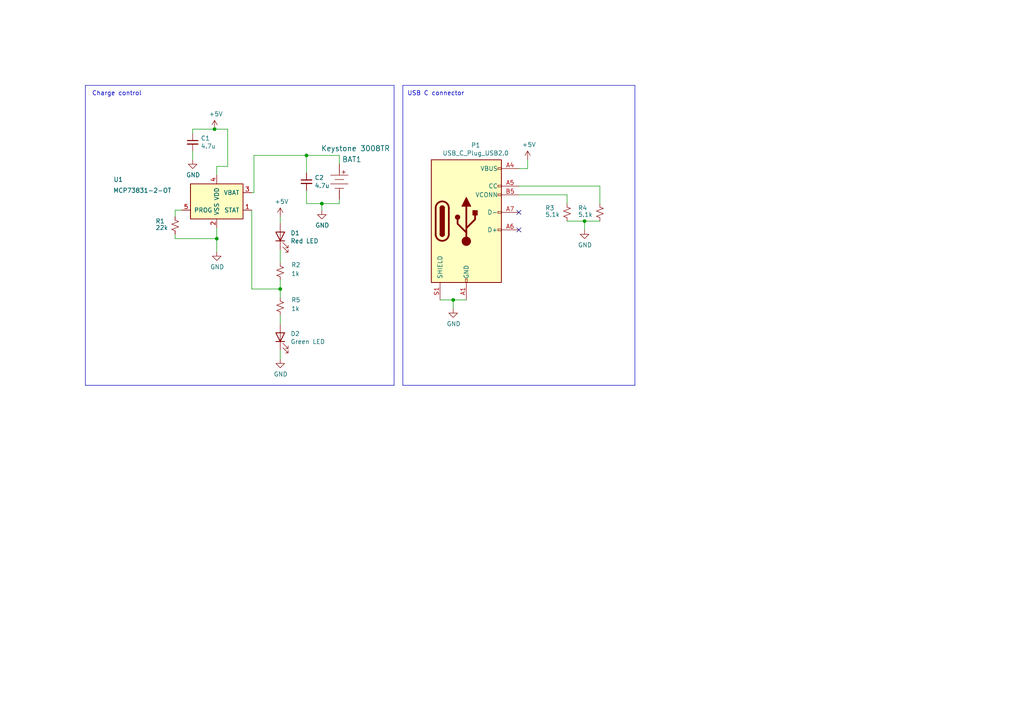
<source format=kicad_sch>
(kicad_sch (version 20230121) (generator eeschema)
  (paper "A4")
  (title_block (title "lir2450-charger") (date "2021-01-25") (rev "1.0.0") (company "rbaron.net"))
  (lib_symbols
    (symbol "Device:C_Small" (pin_numbers hide) (pin_names (offset 0.254) hide)
      (property "Reference" "C" (at 0.254 1.778 0))
      (property "Value" "C_Small" (at 0.254 -2.032 0))
      (symbol "C_Small_0_1"
        (polyline (pts (xy -1.524 -0.508) (xy 1.524 -0.508)) (stroke (width 0.3302)))
        (polyline (pts (xy -1.524 0.508) (xy 1.524 0.508)) (stroke (width 0.3048)))
      )
      (symbol "C_Small_1_1"
        (pin passive line (at 0 2.54 270) (length 2.032) (name "~") (number "1"))
        (pin passive line (at 0 -2.54 90) (length 2.032) (name "~") (number "2"))
      )
    )
    (symbol "Device:LED" (pin_numbers hide) (pin_names (offset 1.016) hide)
      (property "Reference" "D" (at 0 2.54 0))
      (property "Value" "LED" (at 0 -2.54 0))
      (symbol "LED_0_1"
        (polyline (pts (xy -1.27 -1.27) (xy -1.27 1.27)) (stroke (width 0.254)))
        (polyline (pts (xy -1.27 0) (xy 1.27 0)))
        (polyline (pts (xy 1.27 -1.27) (xy 1.27 1.27) (xy -1.27 0) (xy 1.27 -1.27)) (stroke (width 0.254)))
        (polyline (pts (xy -3.048 -0.762) (xy -4.572 -2.286) (xy -3.81 -2.286) (xy -4.572 -2.286) (xy -4.572 -1.524)))
        (polyline (pts (xy -1.778 -0.762) (xy -3.302 -2.286) (xy -2.54 -2.286) (xy -3.302 -2.286) (xy -3.302 -1.524)))
      )
      (symbol "LED_1_1"
        (pin passive line (at -3.81 0 0) (length 2.54) (name "K") (number "1"))
        (pin passive line (at 3.81 0 180) (length 2.54) (name "A") (number "2"))
      )
    )
    (symbol "Device:R_Small_US" (pin_numbers hide) (pin_names (offset 0.254) hide)
      (property "Reference" "R" (at 0.762 0.508 0))
      (property "Value" "R_Small_US" (at 0.762 -1.016 0))
      (symbol "R_Small_US_1_1"
        (polyline (pts (xy 0 0) (xy 1.016 -0.381) (xy 0 -0.762) (xy -1.016 -1.143) (xy 0 -1.524)))
        (polyline (pts (xy 0 1.524) (xy 1.016 1.143) (xy 0 0.762) (xy -1.016 0.381) (xy 0 0)))
        (pin passive line (at 0 2.54 270) (length 1.016) (name "~") (number "1"))
        (pin passive line (at 0 -2.54 90) (length 1.016) (name "~") (number "2"))
      )
    )
    (symbol "lir2450-charger-rescue:BS-7-dk_Battery-Holders-Clips-Contacts" (pin_numbers hide) (pin_names (offset 1.016))
      (property "Reference" "BAT" (at -1.27 3.81 0))
      (property "Value" "dk_Battery-Holders-Clips-Contacts_BS-7" (at -1.27 -3.81 0))
      (symbol "BS-7-dk_Battery-Holders-Clips-Contacts_1_1"
        (polyline (pts (xy 0 -2.54) (xy 0 -1.905)))
        (polyline (pts (xy 0 1.905) (xy 0 2.54)))
        (polyline (pts (xy 1.27 -1.905) (xy -1.27 -1.905)))
        (polyline (pts (xy 1.27 0.635) (xy -1.27 0.635)))
        (polyline (pts (xy 1.27 2.286) (xy 1.27 3.302)))
        (polyline (pts (xy 1.778 2.794) (xy 0.762 2.794)))
        (polyline (pts (xy 2.54 -0.635) (xy -2.54 -0.635)))
        (polyline (pts (xy 2.54 1.905) (xy -2.54 1.905)))
        (pin power_out line (at 0 -5.08 90) (length 2.54) (name "~") (number "Neg"))
        (pin power_in line (at 0 5.08 270) (length 2.54) (name "~") (number "Pos"))
      )
    )
    (symbol "lir2450-charger-rescue:MCP73831-2-OT-Battery_Management" (pin_names (offset 1.016))
      (property "Reference" "U" (at -7.62 6.35 0))
      (property "Value" "Battery_Management_MCP73831-2-OT" (at 1.27 6.35 0))
      (symbol "MCP73831-2-OT-Battery_Management_0_1"
        (rectangle (start -7.62 5.08) (end 7.62 -5.08) (stroke (width 0.254)) (fill (type background)))
      )
      (symbol "MCP73831-2-OT-Battery_Management_1_1"
        (pin output line (at 10.16 -2.54 180) (length 2.54) (name "STAT") (number "1"))
        (pin power_in line (at 0 -7.62 90) (length 2.54) (name "VSS") (number "2"))
        (pin power_out line (at 10.16 2.54 180) (length 2.54) (name "VBAT") (number "3"))
        (pin power_in line (at 0 7.62 270) (length 2.54) (name "VDD") (number "4"))
        (pin input line (at -10.16 -2.54 0) (length 2.54) (name "PROG") (number "5"))
      )
    )
    (symbol "lir2450-charger-rescue:USB_C_Plug_USB2.0-Connector" (pin_names (offset 1.016))
      (property "Reference" "P" (at -10.16 19.05 0))
      (property "Value" "Connector_USB_C_Plug_USB2.0" (at 12.7 19.05 0))
      (symbol "USB_C_Plug_USB2.0-Connector_0_0"
        (rectangle (start -0.254 -17.78) (end 0.254 -16.764))
        (rectangle (start 10.16 -2.286) (end 9.144 -2.794))
        (rectangle (start 10.16 2.794) (end 9.144 2.286))
        (rectangle (start 10.16 7.874) (end 9.144 7.366))
        (rectangle (start 10.16 10.414) (end 9.144 9.906))
        (rectangle (start 10.16 15.494) (end 9.144 14.986))
      )
      (symbol "USB_C_Plug_USB2.0-Connector_0_1"
        (rectangle (start -10.16 17.78) (end 10.16 -17.78) (stroke (width 0.254)) (fill (type background)))
        (arc (start -8.89 -3.81) (mid -6.985 -5.7067) (end -5.08 -3.81) (stroke (width 0.508)))
        (arc (start -7.62 -3.81) (mid -6.985 -4.4423) (end -6.35 -3.81) (stroke (width 0.254)))
        (arc (start -7.62 -3.81) (mid -6.985 -4.4423) (end -6.35 -3.81) (stroke (width 0.254)) (fill (type outline)))
        (rectangle (start -7.62 -3.81) (end -6.35 3.81) (stroke (width 0.254)) (fill (type outline)))
        (arc (start -6.35 3.81) (mid -6.985 4.4423) (end -7.62 3.81) (stroke (width 0.254)))
        (arc (start -6.35 3.81) (mid -6.985 4.4423) (end -7.62 3.81) (stroke (width 0.254)) (fill (type outline)))
        (arc (start -5.08 3.81) (mid -6.985 5.7067) (end -8.89 3.81) (stroke (width 0.508)))
        (circle (center -2.54 1.143) (radius 0.635) (stroke (width 0.254)) (fill (type outline)))
        (circle (center 0 -5.842) (radius 1.27) (fill (type outline)))
        (polyline (pts (xy -8.89 -3.81) (xy -8.89 3.81)) (stroke (width 0.508)))
        (polyline (pts (xy -5.08 3.81) (xy -5.08 -3.81)) (stroke (width 0.508)))
        (polyline (pts (xy 0 -5.842) (xy 0 4.318)) (stroke (width 0.508)))
        (polyline (pts (xy 0 -3.302) (xy -2.54 -0.762) (xy -2.54 0.508)) (stroke (width 0.508)))
        (polyline (pts (xy 0 -2.032) (xy 2.54 0.508) (xy 2.54 1.778)) (stroke (width 0.508)))
        (polyline (pts (xy -1.27 4.318) (xy 0 6.858) (xy 1.27 4.318) (xy -1.27 4.318)) (stroke (width 0.254)) (fill (type outline)))
        (rectangle (start 1.905 1.778) (end 3.175 3.048) (stroke (width 0.254)) (fill (type outline)))
      )
      (symbol "USB_C_Plug_USB2.0-Connector_1_1"
        (pin power_in line (at 0 -22.86 90) (length 5.08) (name "GND") (number "A1"))
        (pin passive line (at 0 -22.86 90) (length 5.08) hide (name "GND") (number "A12"))
        (pin power_out line (at 15.24 15.24 180) (length 5.08) (name "VBUS") (number "A4"))
        (pin bidirectional line (at 15.24 10.16 180) (length 5.08) (name "CC") (number "A5"))
        (pin bidirectional line (at 15.24 -2.54 180) (length 5.08) (name "D+") (number "A6"))
        (pin bidirectional line (at 15.24 2.54 180) (length 5.08) (name "D-") (number "A7"))
        (pin passive line (at 15.24 15.24 180) (length 5.08) hide (name "VBUS") (number "A9"))
        (pin passive line (at 0 -22.86 90) (length 5.08) hide (name "GND") (number "B1"))
        (pin passive line (at 0 -22.86 90) (length 5.08) hide (name "GND") (number "B12"))
        (pin passive line (at 15.24 15.24 180) (length 5.08) hide (name "VBUS") (number "B4"))
        (pin bidirectional line (at 15.24 7.62 180) (length 5.08) (name "VCONN") (number "B5"))
        (pin passive line (at 15.24 15.24 180) (length 5.08) hide (name "VBUS") (number "B9"))
        (pin passive line (at -7.62 -22.86 90) (length 5.08) (name "SHIELD") (number "S1"))
      )
    )
    (symbol "power:+5V" (power) (pin_names (offset 0))
      (property "Value" "+5V" (at 0 3.556 0))
      (symbol "+5V_0_1"
        (polyline (pts (xy -0.762 1.27) (xy 0 2.54)))
        (polyline (pts (xy 0 0) (xy 0 2.54)))
        (polyline (pts (xy 0 2.54) (xy 0.762 1.27)))
      )
      (symbol "+5V_1_1"
        (pin power_in line (at 0 0 90) (length 0) hide (name "+5V") (number "1"))
      )
    )
    (symbol "power:GND" (power) (pin_names (offset 0))
      (property "Value" "GND" (at 0 -3.81 0))
      (symbol "GND_0_1"
        (polyline (pts (xy 0 0) (xy 0 -1.27) (xy 1.27 -1.27) (xy 0 -2.54) (xy -1.27 -1.27) (xy 0 -1.27)))
      )
      (symbol "GND_1_1"
        (pin power_in line (at 0 0 270) (length 0) hide (name "GND") (number "1"))
      )
    )
  )
  (junction (at 169.545 64.135))
  (junction (at 131.445 86.995))
  (junction (at 93.345 59.055))
  (junction (at 81.28 83.82))
  (junction (at 62.23 37.465))
  (junction (at 88.9 45.085))
  (junction (at 62.865 69.215))
  (no_connect (at 150.495 66.675))
  (no_connect (at 150.495 61.595))
  (wire (pts (xy 81.28 83.82) (xy 81.28 86.36)))
  (wire (pts (xy 81.28 83.82) (xy 73.025 83.82)))
  (wire (pts (xy 164.465 64.135) (xy 169.545 64.135)))
  (wire (pts (xy 98.425 45.085) (xy 98.425 47.625)))
  (polyline (pts (xy 114.3 24.765) (xy 24.765 24.765)))
  (wire (pts (xy 81.28 81.28) (xy 81.28 83.82)))
  (wire (pts (xy 73.025 83.82) (xy 73.025 60.96)))
  (wire (pts (xy 55.88 43.815) (xy 55.88 46.355)))
  (wire (pts (xy 62.865 66.04) (xy 62.865 69.215)))
  (polyline (pts (xy 184.15 24.765) (xy 116.84 24.765)))
  (wire (pts (xy 62.865 69.215) (xy 62.865 73.025)))
  (wire (pts (xy 66.04 48.26) (xy 62.865 48.26)))
  (wire (pts (xy 131.445 86.995) (xy 131.445 89.535)))
  (wire (pts (xy 98.425 59.055) (xy 98.425 57.785)))
  (wire (pts (xy 169.545 64.135) (xy 173.99 64.135)))
  (wire (pts (xy 88.9 55.245) (xy 88.9 59.055)))
  (polyline (pts (xy 24.765 24.765) (xy 24.765 111.76)))
  (wire (pts (xy 73.66 55.88) (xy 73.66 45.085)))
  (wire (pts (xy 93.345 59.055) (xy 98.425 59.055)))
  (wire (pts (xy 81.28 101.6) (xy 81.28 104.14)))
  (wire (pts (xy 131.445 86.995) (xy 135.255 86.995)))
  (wire (pts (xy 62.23 37.465) (xy 66.04 37.465)))
  (wire (pts (xy 127.635 86.995) (xy 131.445 86.995)))
  (wire (pts (xy 150.495 56.515) (xy 164.465 56.515)))
  (polyline (pts (xy 114.3 111.76) (xy 114.3 24.765)))
  (wire (pts (xy 50.8 60.96) (xy 50.8 62.865)))
  (polyline (pts (xy 116.84 111.76) (xy 184.15 111.76)))
  (wire (pts (xy 55.88 38.735) (xy 55.88 37.465)))
  (wire (pts (xy 81.28 72.39) (xy 81.28 76.2)))
  (wire (pts (xy 73.66 45.085) (xy 88.9 45.085)))
  (polyline (pts (xy 184.15 111.76) (xy 184.15 24.765)))
  (wire (pts (xy 150.495 48.895) (xy 153.035 48.895)))
  (wire (pts (xy 50.8 67.945) (xy 50.8 69.215)))
  (wire (pts (xy 164.465 56.515) (xy 164.465 59.055)))
  (wire (pts (xy 62.865 48.26) (xy 62.865 50.8)))
  (wire (pts (xy 55.88 37.465) (xy 62.23 37.465)))
  (wire (pts (xy 81.28 91.44) (xy 81.28 93.98)))
  (wire (pts (xy 153.035 48.895) (xy 153.035 46.355)))
  (wire (pts (xy 88.9 45.085) (xy 98.425 45.085)))
  (wire (pts (xy 169.545 66.675) (xy 169.545 64.135)))
  (polyline (pts (xy 24.765 111.76) (xy 114.3 111.76)))
  (wire (pts (xy 88.9 59.055) (xy 93.345 59.055)))
  (wire (pts (xy 73.025 55.88) (xy 73.66 55.88)))
  (wire (pts (xy 173.99 53.975) (xy 173.99 59.055)))
  (wire (pts (xy 81.28 62.865) (xy 81.28 64.77)))
  (wire (pts (xy 88.9 50.165) (xy 88.9 45.085)))
  (wire (pts (xy 150.495 53.975) (xy 173.99 53.975)))
  (wire (pts (xy 52.705 60.96) (xy 50.8 60.96)))
  (wire (pts (xy 93.345 59.055) (xy 93.345 60.96)))
  (polyline (pts (xy 116.84 24.765) (xy 116.84 111.76)))
  (wire (pts (xy 50.8 69.215) (xy 62.865 69.215)))
  (wire (pts (xy 66.04 37.465) (xy 66.04 48.26)))
  (text "USB C connector" (at 118.11 27.94 0) (effects (font (size 1.27 1.27)) (justify left bottom)))
  (text "Charge control" (at 26.67 27.94 0) (effects (font (size 1.27 1.27)) (justify left bottom)))
  (symbol (lib_id "lir2450-charger-rescue:MCP73831-2-OT-Battery_Management") (at 62.865 58.42 0) (unit 1)
    (property "Reference" "U1" (at 34.29 52.07 0))
    (property "Value" "MCP73831-2-OT" (at 41.275 55.245 0))
    (property "Footprint" "Package_TO_SOT_SMD:SOT-23-5" (effects hide))
    (property "Datasheet" "http://ww1.microchip.com/downloads/en/DeviceDoc/20001984g.pdf" (effects hide))
    (property "MPN" "AC0805JR-075K1L" (effects hide))
    (property "Link" "https://www.mouser.es/ProductDetail/Microchip-Technology/MCP73831T-2ACI-OT?qs=yUQqVecv4qvbBQBGbHx0Mw%3D%3D" (effects hide))
  )
  (symbol (lib_id "power:+5V") (at 62.23 37.465 0) (unit 1)
    (property "Reference" "#PWR0101" (effects hide))
    (property "Value" "+5V" (at 62.611 33.0708 0))
  )
  (symbol (lib_id "power:GND") (at 62.865 73.025 0) (unit 1)
    (property "Reference" "#PWR0102" (effects hide))
    (property "Value" "GND" (at 62.992 77.4192 0))
  )
  (symbol (lib_id "Device:R_Small_US") (at 50.8 65.405 0) (unit 1)
    (property "Reference" "R1" (at 45.085 64.135 0) (effects (justify left)))
    (property "Value" "22k" (at 45.085 66.04 0) (effects (justify left)))
    (property "Footprint" "Resistor_SMD:R_0805_2012Metric" (effects hide))
    (property "MPN" "RC0805FR-0722KL" (effects hide))
    (property "Link" "https://www.mouser.es/ProductDetail/YAGEO/RC0805FR-0722KL?qs=ngJqVwYVsdVbc7Rh0xIeHw%3D%3D" (effects hide))
  )
  (symbol (lib_id "power:+5V") (at 81.28 62.865 0) (unit 1)
    (property "Reference" "#PWR0103" (effects hide))
    (property "Value" "+5V" (at 81.661 58.4708 0))
  )
  (symbol (lib_id "Device:LED") (at 81.28 68.58 90) (unit 1)
    (property "Reference" "D1" (at 84.2518 67.5894 90) (effects (justify right)))
    (property "Value" "Red LED" (at 84.2518 69.9008 90) (effects (justify right)))
    (property "Footprint" "LED_SMD:LED_0805_2012Metric" (effects hide))
    (property "Datasheet" "https://file.elecfans.com/web1/M00/9C/40/pIYBAF0m4dqAYvP6AAOjga1VdnI072.pdf" (effects hide))
    (property "MPN" "17-21SURC/S530-A2/TR8" (effects hide))
    (property "Link" "https://www.mouser.es/ProductDetail/Everlight/17-21SURC-S530-A2-TR8?qs=8cKuZ6Ok2lY9160apvjjyQ%3D%3D" (effects hide))
  )
  (symbol (lib_id "Device:R_Small_US") (at 81.28 88.9 0) (unit 1)
    (property "Reference" "R5" (at 84.455 86.995 0) (effects (justify left)))
    (property "Value" "1k" (at 84.455 89.535 0) (effects (justify left)))
    (property "Footprint" "Resistor_SMD:R_0805_2012Metric" (effects hide))
    (property "Link" "https://www.mouser.es/ProductDetail/YAGEO/RT0805WRD071KL?qs=k2KEx2DUIRTqFDawqFFsyg%3D%3D" (effects hide))
    (property "MPN" "RT0805WRD071KL" (effects hide))
  )
  (symbol (lib_id "Device:R_Small_US") (at 81.28 78.74 0) (unit 1)
    (property "Reference" "R2" (at 84.455 76.835 0) (effects (justify left)))
    (property "Value" "1k" (at 84.455 79.375 0) (effects (justify left)))
    (property "Footprint" "Resistor_SMD:R_0805_2012Metric" (effects hide))
    (property "MPN" "RT0805WRD071KL" (effects hide))
    (property "Link" "https://www.mouser.es/ProductDetail/YAGEO/RT0805WRD071KL?qs=k2KEx2DUIRTqFDawqFFsyg%3D%3D" (effects hide))
  )
  (symbol (lib_id "Device:LED") (at 81.28 97.79 90) (unit 1)
    (property "Reference" "D2" (at 84.2518 96.7994 90) (effects (justify right)))
    (property "Value" "Green LED" (at 84.2518 99.1108 90) (effects (justify right)))
    (property "Footprint" "LED_SMD:LED_0805_2012Metric" (effects hide))
    (property "Datasheet" "https://file.elecfans.com/web2/M00/69/04/pYYBAGMfeZ6AMkSNAAQ5r6dlxoE440.pdf" (effects hide))
    (property "MPN" "LTST-C170GKT" (effects hide))
    (property "Link" "https://www.mouser.es/ProductDetail/Lite-On/LTST-C170GKT?qs=%2FSqKn2EfXQSV5aRij3YIfQ%3D%3D" (effects hide))
  )
  (symbol (lib_id "lir2450-charger-rescue:BS-7-dk_Battery-Holders-Clips-Contacts") (at 98.425 52.705 0) (unit 1)
    (property "Reference" "BAT1" (at 99.187 46.228 0) (effects (font (size 1.524 1.524)) (justify left)))
    (property "Value" "Keystone 3008TR" (at 93.091 43.053 0) (effects (font (size 1.524 1.524)) (justify left)))
    (property "Footprint" "Footprints:BatteryHolder_Keystone_3008_1x2450" (effects hide))
    (property "Datasheet" "https://file.elecfans.com/web2/M00/7B/54/pYYBAGNzqYWAC1MLAAM2-lkUQeg746.pdf" (effects hide))
    (property "MPN" "3008TR" (effects hide))
    (property "Link" "https://www.mouser.es/ProductDetail/Keystone-Electronics/3008TR?qs=xHlTOBifBJNRKlVNnf0GVQ%3D%3D" (effects hide))
  )
  (symbol (lib_id "power:GND") (at 81.28 104.14 0) (unit 1)
    (property "Reference" "#PWR0109" (effects hide))
    (property "Value" "GND" (at 81.407 108.5342 0))
  )
  (symbol (lib_id "Device:C_Small") (at 55.88 41.275 0) (unit 1)
    (property "Reference" "C1" (at 58.2168 40.1066 0) (effects (justify left)))
    (property "Value" "4.7u" (at 58.2168 42.418 0) (effects (justify left)))
    (property "Footprint" "Capacitor_SMD:C_0805_2012Metric" (effects hide))
    (property "MPN" "CL21B475KPQVPNE" (effects hide))
    (property "Link" "https://www.mouser.es/ProductDetail/Samsung-Electro-Mechanics/CL21B475KPQVPNE?qs=%252B6g0mu59x7LVKPmGIvfXPw%3D%3D" (effects hide))
  )
  (symbol (lib_id "power:GND") (at 93.345 60.96 0) (unit 1)
    (property "Reference" "#PWR0104" (effects hide))
    (property "Value" "GND" (at 93.472 65.3542 0))
  )
  (symbol (lib_id "power:GND") (at 55.88 46.355 0) (unit 1)
    (property "Reference" "#PWR0105" (effects hide))
    (property "Value" "GND" (at 56.007 50.7492 0))
  )
  (symbol (lib_id "Device:C_Small") (at 88.9 52.705 0) (unit 1)
    (property "Reference" "C2" (at 91.2368 51.5366 0) (effects (justify left)))
    (property "Value" "4.7u" (at 91.2368 53.848 0) (effects (justify left)))
    (property "Footprint" "Capacitor_SMD:C_0805_2012Metric" (effects hide))
    (property "MPN" "CL21B475KPQVPNE" (effects hide))
    (property "Link" "https://www.mouser.es/ProductDetail/Samsung-Electro-Mechanics/CL21B475KPQVPNE?qs=%252B6g0mu59x7LVKPmGIvfXPw%3D%3D" (effects hide))
  )
  (symbol (lib_id "lir2450-charger-rescue:USB_C_Plug_USB2.0-Connector") (at 135.255 64.135 0) (unit 1)
    (property "Reference" "P1" (at 137.9728 42.1132 0))
    (property "Value" "USB_C_Plug_USB2.0" (at 137.9728 44.4246 0))
    (property "Footprint" "USB-C-Power-tester:TYPE-C-31-M-17" (effects hide))
    (property "Datasheet" "https://datasheet.lcsc.com/lcsc/2108131830_Korean-Hroparts-Elec-TYPE-C-31-M-17_C283540.pdf" (effects hide))
    (property "MPN" "TYPE-C-31-M-17" (effects hide))
    (property "Link" "https://www.lcsc.com/product-detail/USB-Connectors_Korean-Hroparts-Elec-TYPE-C-31-M-17_C283540.html" (effects hide))
  )
  (symbol (lib_id "power:GND") (at 131.445 89.535 0) (unit 1)
    (property "Reference" "#PWR0106" (effects hide))
    (property "Value" "GND" (at 131.572 93.9292 0))
  )
  (symbol (lib_id "power:+5V") (at 153.035 46.355 0) (unit 1)
    (property "Reference" "#PWR0107" (effects hide))
    (property "Value" "+5V" (at 153.416 41.9608 0))
  )
  (symbol (lib_id "Device:R_Small_US") (at 164.465 61.595 0) (unit 1)
    (property "Reference" "R3" (at 158.115 60.325 0) (effects (justify left)))
    (property "Value" "5.1k" (at 158.115 62.23 0) (effects (justify left)))
    (property "Footprint" "Resistor_SMD:R_0805_2012Metric" (effects hide))
    (property "Link" "https://www.mouser.es/ProductDetail/YAGEO/AC0805JR-075K1L?qs=cGU37fGUGy%2F7fJWuoZ1Jnw%3D%3D" (effects hide))
    (property "MPN" "AC0805JR-075K1L " (effects hide))
  )
  (symbol (lib_id "Device:R_Small_US") (at 173.99 61.595 0) (unit 1)
    (property "Reference" "R4" (at 167.64 60.325 0) (effects (justify left)))
    (property "Value" "5.1k" (at 167.64 62.23 0) (effects (justify left)))
    (property "Footprint" "Resistor_SMD:R_0805_2012Metric" (effects hide))
    (property "Link" "https://www.mouser.es/ProductDetail/YAGEO/AC0805JR-075K1L?qs=cGU37fGUGy%2F7fJWuoZ1Jnw%3D%3D" (effects hide))
    (property "MPN" "AC0805JR-075K1L " (effects hide))
  )
  (symbol (lib_id "power:GND") (at 169.545 66.675 0) (unit 1)
    (property "Reference" "#PWR0108" (effects hide))
    (property "Value" "GND" (at 169.672 71.0692 0))
  )
)
</source>
